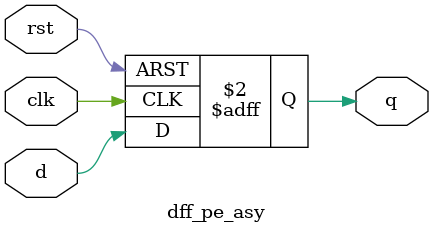
<source format=v>
`timescale 1ns / 1ps


module dff_pe_asy(
    input d,clk,rst,
    output reg q
    );
    always@(posedge clk or posedge rst)
        if(rst)
        q=1'b0 ;
        else 
        q=d ;
endmodule

</source>
